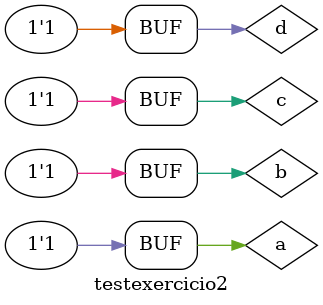
<source format=v>

module exercicio2 (s, a, b, c, d);

output s;
input a, b, c, d;
wire temp[0:2];

and AND1 (temp[0], a, ~b, ~c);
and AND2 (temp[1], ~a, ~d);
and AND3 (temp[2], a, d);
or OR1 (s, temp[0], temp[1], temp[2]);

endmodule //

module testexercicio2;  

wire s;
reg a, b, c, d;

exercicio2 exercicio2 (s, a, b, c, d);

 initial begin
      $display("\nguia08_02 - Ludmily Caldeira da Silva - 417290\n");
      $display("TESTE\n");
      $display("\na   b   c    d    s\n");
      $monitor("%b   %b   %b    %b    %b", a, b, c, d, s);
		
		  a=0; b=0; c=0; d=0;
    #1  a=0; b=0; c=0; d=1;
    #1  a=0; b=0; c=1; d=0;
    #1  a=0; b=0; c=1; d=1;
	 #1  a=0; b=1; c=0; d=0;
    #1  a=0; b=1; c=0; d=1;
    #1  a=0; b=1; c=1; d=0;
    #1  a=0; b=1; c=1; d=1;
    #1  a=1; b=0; c=0; d=0;
    #1  a=1; b=0; c=0; d=1;
    #1  a=1; b=0; c=1; d=0;
	 #1  a=1; b=0; c=1; d=1;
    #1  a=1; b=1; c=0; d=0;
    #1  a=1; b=1; c=0; d=1;
    #1  a=1; b=1; c=1; d=0;
    #1  a=1; b=1; c=1; d=1;  
	    		  
    end
 
endmodule // TestMeiaSoma

/*

RESULTADOS OBTIDOS

    guia08_02 - Ludmily Caldeira da Silva - 417290
    
    TESTE
    
    
    a   b   c    d    s
    
    0   0   0    0    1
    0   0   0    1    0
    0   0   1    0    1
    0   0   1    1    0
    0   1   0    0    1
    0   1   0    1    0
    0   1   1    0    1
    0   1   1    1    0
    1   0   0    0    1
    1   0   0    1    1
    1   0   1    0    0
    1   0   1    1    1
    1   1   0    0    0
    1   1   0    1    1
    1   1   1    0    0
    1   1   1    1    1
*/
</source>
